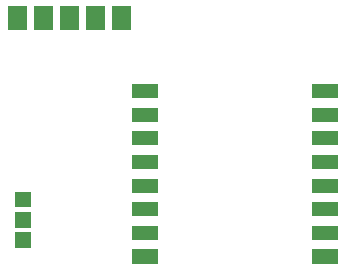
<source format=gbr>
G04 start of page 12 for group -4014 idx -4014 *
G04 Title: (unknown), bottompaste *
G04 Creator: pcb 20140316 *
G04 CreationDate: Tue Dec  8 09:12:03 2015 UTC *
G04 For: clemi *
G04 Format: Gerber/RS-274X *
G04 PCB-Dimensions (mil): 1338.58 984.25 *
G04 PCB-Coordinate-Origin: lower left *
%MOIN*%
%FSLAX25Y25*%
%LNBOTTOMPASTE*%
%ADD79R,0.0472X0.0472*%
%ADD78R,0.0630X0.0630*%
%ADD77C,0.0001*%
G54D77*G36*
X12008Y29528D02*Y24409D01*
X17126D01*
Y29528D01*
X12008D01*
G37*
G36*
Y22835D02*Y17717D01*
X17126D01*
Y22835D01*
X12008D01*
G37*
G36*
Y16142D02*Y11024D01*
X17126D01*
Y16142D01*
X12008D01*
G37*
G54D78*X47441Y88386D02*Y86811D01*
X38780Y88386D02*Y86811D01*
X30118Y88386D02*Y86811D01*
X21457Y88386D02*Y86811D01*
X12795Y88386D02*Y86811D01*
G54D79*X113189Y63189D02*X117126D01*
X113189Y55315D02*X117126D01*
X113189Y47441D02*X117126D01*
X113189Y39567D02*X117126D01*
X113189Y31693D02*X117126D01*
X113189Y23819D02*X117126D01*
X113189Y15945D02*X117126D01*
X113189Y8071D02*X117126D01*
X53346D02*X57283D01*
X53346Y15945D02*X57283D01*
X53346Y23819D02*X57283D01*
X53346Y31693D02*X57283D01*
X53346Y39567D02*X57283D01*
X53346Y47441D02*X57283D01*
X53346Y55315D02*X57283D01*
X53346Y63189D02*X57283D01*
M02*

</source>
